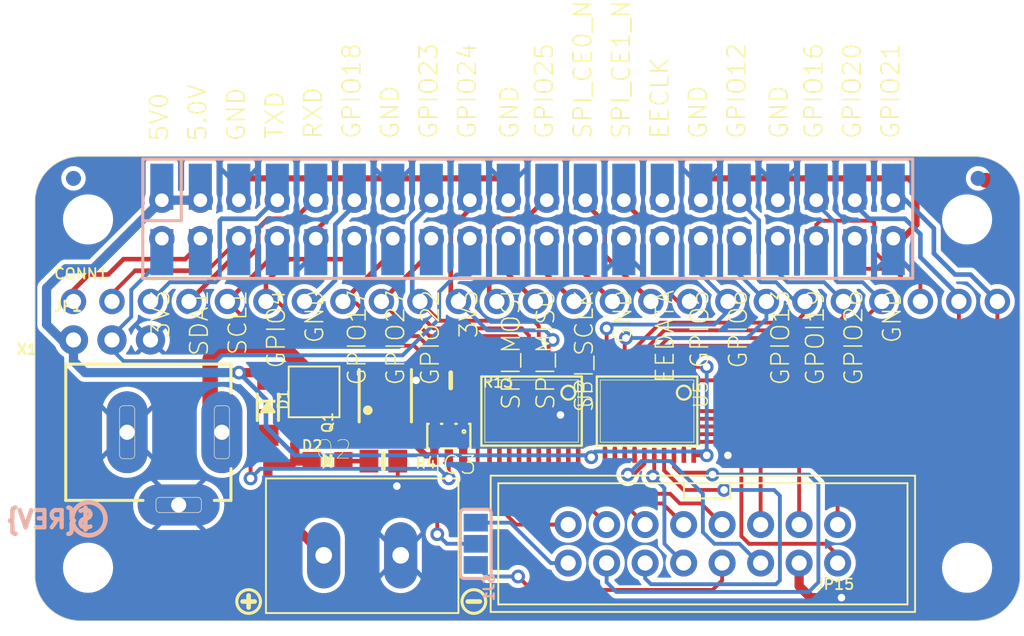
<source format=kicad_pcb>
(kicad_pcb (version 20221018) (generator pcbnew)
  (layers (0 "F.Cu" signal) (31 "B.Cu" signal) (34 "B.Paste" user) (35 "F.Paste" user) (36 "B.SilkS" user "B.Silkscreen") (37 "F.SilkS" user "F.Silkscreen") (38 "B.Mask" user) (39 "F.Mask" user) (44 "Edge.Cuts" user))
  (net 0 "")
  (net 1 "5.0V")
  (net 2 "SDA")
  (net 3 "SCL")
  (net 4 "GPIO4")
  (net 5 "GPIO17")
  (net 6 "GPIO27")
  (net 7 "GPIO22")
  (net 8 "SPI_MOSI")
  (net 9 "SPI_MISO")
  (net 10 "SPI_SCLK")
  (net 11 "GPIO5")
  (net 12 "GPIO6")
  (net 13 "GPIO13")
  (net 14 "GPIO19")
  (net 15 "GPIO26")
  (net 16 "3.3V")
  (net 17 "GND")
  (net 18 "TXD")
  (net 19 "RXD")
  (net 20 "GPIO18")
  (net 21 "GPIO24")
  (net 22 "GPIO25")
  (net 23 "SPI_CE0")
  (net 24 "SPI_CE1")
  (net 25 "EECLK")
  (net 26 "GPIO16")
  (net 27 "GPIO20")
  (net 28 "GPIO21")
  (net 29 "GPIO23")
  (net 30 "EEDATA")
  (net 31 "GPIO12")
  (net 32 "M1_R1")
  (net 33 "M1_B1")
  (net 34 "M1_R2")
  (net 35 "M1_B2")
  (net 36 "M1_A")
  (net 37 "M1_C")
  (net 38 "CLK")
  (net 39 "OE")
  (net 40 "LAT")
  (net 41 "M1_D")
  (net 42 "M1_B")
  (net 43 "M1_G2")
  (net 44 "M1_G1")
  (net 45 "N$1")
  (net 46 "N$6")
  (net 47 "5VIN")
  (net 48 "N$5")
  (net 49 "N$7")
  (net 50 "+5V")
  (net 51 "N$4")
  (net 52 "M1_E")
  (net 53 "M1_E'")
  (net 54 "M1_E''")
  (footprint "working:PI_BONNET_THMSMT" (layer "F.Cu") (at 116.0011 120.3338)
    (fp_text reference "RPI1" hide)
    (fp_text value "RASPBERRYPI_BPLUS_BONNET_THMSMT" hide)
    (fp_line (start 0 -27.6604) (end 0 -3) (stroke (width 0.05)) (layer "Edge.Cuts"))
    (fp_line (start 3 0) (end 62 0) (stroke (width 0.05)) (layer "Edge.Cuts"))
    (fp_line (start 62 -30.6604) (end 3 -30.6604) (stroke (width 0.05)) (layer "Edge.Cuts"))
    (fp_line (start 65 -3) (end 65 -27.6604) (stroke (width 0.05)) (layer "Edge.Cuts"))
    (fp_arc (start 0 -27.6604) (mid 0.87868 -29.78172) (end 3 -30.6604) (stroke (width 0.05)) (layer "Edge.Cuts"))
    (fp_arc (start 3 0) (mid 0.87868 -0.87868) (end 0 -3) (stroke (width 0.05)) (layer "Edge.Cuts"))
    (fp_arc (start 62 -30.6604) (mid 64.12132 -29.78172) (end 65 -27.6604) (stroke (width 0.05)) (layer "Edge.Cuts"))
    (fp_arc (start 65 -3) (mid 64.12132 -0.87868) (end 62 0) (stroke (width 0.05)) (layer "Edge.Cuts"))
  )
  (footprint "working:TSSOP20" (layer "F.Cu") (at 148.7671 106.4908 180)
    (fp_text reference "U3")
    (fp_text value "74AHCT245")
  )
  (footprint "working:FIDUCIAL_1MM" (layer "F.Cu") (at 121.5891 91.6318)
    (fp_text reference "FID1" hide)
    (fp_text value "FIDUCIAL_1MM" hide)
  )
  (footprint "working:BONNET_MATRIX_TOP" (layer "F.Cu") (at 116.0011 120.3338)
    (fp_text reference "U$1" hide)
    (fp_text value "" hide)
  )
  (footprint "working:CHIPLED_0805_NOOUTLINE" (layer "F.Cu") (at 135.3051 109.7928 -90)
    (fp_text reference "D2")
    (fp_text value "green")
  )
  (footprint "working:0805-NO" (layer "F.Cu") (at 138.9881 109.7928)
    (fp_text reference "R4")
    (fp_text value "1K")
  )
  (footprint "working:DCJACK_2MM_PTH" (layer "F.Cu") (at 114.7311 107.8878)
    (fp_text reference "X1")
    (fp_text value "2.1mm DC")
    (fp_line (start 6.85 1.5) (end 6.85 -1.5) (stroke (width 0.05)) (layer "Edge.Cuts"))
    (fp_line (start 7.1 -1.75) (end 7.6 -1.75) (stroke (width 0.05)) (layer "Edge.Cuts"))
    (fp_line (start 7.6 1.75) (end 7.1 1.75) (stroke (width 0.05)) (layer "Edge.Cuts"))
    (fp_line (start 7.85 -1.5) (end 7.85 1.5) (stroke (width 0.05)) (layer "Edge.Cuts"))
    (fp_line (start 9.25 5.05) (end 9.25 4.55) (stroke (width 0.05)) (layer "Edge.Cuts"))
    (fp_line (start 9.5 4.3) (end 12 4.3) (stroke (width 0.05)) (layer "Edge.Cuts"))
    (fp_line (start 12 5.3) (end 9.5 5.3) (stroke (width 0.05)) (layer "Edge.Cuts"))
    (fp_line (start 12.25 4.55) (end 12.25 5.05) (stroke (width 0.05)) (layer "Edge.Cuts"))
    (fp_line (start 13.1 1.5) (end 13.1 -1.5) (stroke (width 0.05)) (layer "Edge.Cuts"))
    (fp_line (start 13.35 -1.75) (end 13.85 -1.75) (stroke (width 0.05)) (layer "Edge.Cuts"))
    (fp_line (start 13.85 1.75) (end 13.35 1.75) (stroke (width 0.05)) (layer "Edge.Cuts"))
    (fp_line (start 14.1 -1.5) (end 14.1 1.5) (stroke (width 0.05)) (layer "Edge.Cuts"))
    (fp_arc (start 6.85 -1.5) (mid 6.923223 -1.676777) (end 7.1 -1.75) (stroke (width 0.05)) (layer "Edge.Cuts"))
    (fp_arc (start 7.1 1.75) (mid 6.923223 1.676777) (end 6.85 1.5) (stroke (width 0.05)) (layer "Edge.Cuts"))
    (fp_arc (start 7.6 -1.75) (mid 7.776777 -1.676777) (end 7.85 -1.5) (stroke (width 0.05)) (layer "Edge.Cuts"))
    (fp_arc (start 7.85 1.5) (mid 7.776777 1.676777) (end 7.6 1.75) (stroke (width 0.05)) (layer "Edge.Cuts"))
    (fp_arc (start 9.25 4.55) (mid 9.323223 4.373223) (end 9.5 4.3) (stroke (width 0.05)) (layer "Edge.Cuts"))
    (fp_arc (start 9.5 5.3) (mid 9.323223 5.226777) (end 9.25 5.05) (stroke (width 0.05)) (layer "Edge.Cuts"))
    (fp_arc (start 12 4.3) (mid 12.176777 4.373223) (end 12.25 4.55) (stroke (width 0.05)) (layer "Edge.Cuts"))
    (fp_arc (start 12.25 5.05) (mid 12.176777 5.226777) (end 12 5.3) (stroke (width 0.05)) (layer "Edge.Cuts"))
    (fp_arc (start 13.1 -1.5) (mid 13.173223 -1.676777) (end 13.35 -1.75) (stroke (width 0.05)) (layer "Edge.Cuts"))
    (fp_arc (start 13.35 1.75) (mid 13.173223 1.676777) (end 13.1 1.5) (stroke (width 0.05)) (layer "Edge.Cuts"))
    (fp_arc (start 13.85 -1.75) (mid 14.026777 -1.676777) (end 14.1 -1.5) (stroke (width 0.05)) (layer "Edge.Cuts"))
    (fp_arc (start 14.1 1.5) (mid 14.026777 1.676777) (end 13.85 1.75) (stroke (width 0.05)) (layer "Edge.Cuts"))
  )
  (footprint "working:SYMBOL_MINUS" (layer "F.Cu") (at 144.9571 119.0638)
    (fp_text reference "U$11" hide)
    (fp_text value "" hide)
  )
  (footprint "working:TSSOP20" (layer "F.Cu") (at 156.3871 106.4908 180)
    (fp_text reference "U5")
    (fp_text value "74AHCT245")
  )
  (footprint "working:POWERDI3333" (layer "F.Cu") (at 134.4161 105.2208 90)
    (fp_text reference "Q2")
    (fp_text value "AON7401")
  )
  (footprint "working:SOD-123" (layer "F.Cu") (at 131.3681 106.2368 -90)
    (fp_text reference "D1")
    (fp_text value "MBR120")
  )
  (footprint "working:1X25_ROUND_70MIL" (layer "F.Cu") (at 149.0211 99.2518)
    (fp_text reference "CONN1")
    (fp_text value "HEADER-1X25")
  )
  (footprint "working:SYMBOL_PLUS" (layer "F.Cu") (at 130.0981 119.0638)
    (fp_text reference "U$10" hide)
    (fp_text value "" hide)
  )
  (footprint "working:SOT23-6" (layer "F.Cu") (at 143.3061 108.1418 180)
    (fp_text reference "IC3")
    (fp_text value "MAX4866T")
  )
  (footprint "working:1X03_ROUND_76" (layer "F.Cu") (at 121.0811 101.7918)
    (fp_text reference "JP1")
    (fp_text value "")
  )
  (footprint "working:2X08_SHROUDED" (layer "F.Cu") (at 160.0701 115.2538 180)
    (fp_text reference "JP15")
    (fp_text value "")
  )
  (footprint "working:FIDUCIAL_1MM" (layer "F.Cu") (at 178.7391 91.2508)
    (fp_text reference "FID3" hide)
    (fp_text value "FIDUCIAL_1MM" hide)
  )
  (footprint "working:0805-NO" (layer "F.Cu") (at 143.4331 104.4588)
    (fp_text reference "R13")
    (fp_text value "1K")
  )
  (footprint "working:FIDUCIAL_1MM" (layer "F.Cu") (at 172.2621 117.9208)
    (fp_text reference "FID2" hide)
    (fp_text value "FIDUCIAL_1MM" hide)
  )
  (footprint "working:TERMBLOCK508" (layer "F.Cu") (at 137.5911 116.0158 180)
    (fp_text reference "MATRIX_PWR0" hide)
    (fp_text value "PINHEAD" hide)
  )
  (footprint "working:POWERPAK-1212-8" (layer "F.Cu") (at 139.1151 105.4748)
    (fp_text reference "Q1")
    (fp_text value "AON3414")
  )
  (footprint "working:PCBFEAT-REV-056" (layer "B.Cu") (at 119.5571 113.6028 180)
    (fp_text reference "U$3" hide)
    (fp_text value "" hide)
  )
  (footprint "working:SOLDERJUMPER_2WAY_OPEN_NOPASTE" (layer "B.Cu") (at 145.0841 115.2538 90)
    (fp_text reference "SJ1")
    (fp_text value "")
  )
  (footprint "working:BONNET_MATRIX_BOT" (layer "B.Cu") (at 181.0251 120.3338 180)
    (fp_text reference "U$6" hide)
    (fp_text value "" hide)
  )
  (segment (start 131.3681 110.0468) (end 131.3681 112.3328) (width 0.6096) (layer "F.Cu") (net 1))
  (segment (start 131.3681 112.3328) (end 135.0511 116.0158) (width 0.6096) (layer "F.Cu") (net 1))
  (segment (start 138.1401 107.2248) (end 138.7901 107.2248) (width 0.4064) (layer "F.Cu") (net 1))
  (segment (start 131.3681 108.0868) (end 131.3681 110.0468) (width 0.6096) (layer "F.Cu") (net 1))
  (segment (start 133.1801 109.7928) (end 133.1461 109.7588) (width 0.6096) (layer "F.Cu") (net 1))
  (segment (start 138.7901 107.2248) (end 139.4401 107.2248) (width 0.3048) (layer "F.Cu") (net 1))
  (segment (start 131.3681 110.0468) (end 132.8581 110.0468) (width 0.6096) (layer "F.Cu") (net 1))
  (segment (start 137.4641 108.3958) (end 133.4001 108.3958) (width 0.6096) (layer "F.Cu") (net 1))
  (segment (start 138.1401 107.7198) (end 137.4641 108.3958) (width 0.6096) (layer "F.Cu") (net 1))
  (segment (start 138.1401 107.2248) (end 138.1401 107.7198) (width 0.6096) (layer "F.Cu") (net 1))
  (segment (start 133.1461 108.6498) (end 133.1461 109.7588) (width 0.6096) (layer "F.Cu") (net 1))
  (segment (start 134.2551 109.7928) (end 133.1801 109.7928) (width 0.6096) (layer "F.Cu") (net 1))
  (segment (start 133.4001 108.3958) (end 133.1461 108.6498) (width 0.6096) (layer "F.Cu") (net 1))
  (segment (start 132.8581 110.0468) (end 133.1461 109.7588) (width 0.6096) (layer "F.Cu") (net 1))
  (segment (start 118.5411 99.2518) (end 118.5411 98.4898) (width 0.3048) (layer "F.Cu") (net 2))
  (segment (start 125.9071 96.4578) (end 126.9111 95.4538) (width 0.3048) (layer "F.Cu") (net 2))
  (segment (start 118.5411 98.4898) (end 119.5571 97.4738) (width 0.3048) (layer "F.Cu") (net 2))
  (segment (start 119.5571 97.4738) (end 120.8271 97.4738) (width 0.3048) (layer "F.Cu") (net 2))
  (segment (start 120.8271 97.4738) (end 121.8431 96.4578) (width 0.3048) (layer "F.Cu") (net 2))
  (segment (start 126.9111 95.4538) (end 126.9111 95.1038) (width 0.3048) (layer "F.Cu") (net 2))
  (segment (start 121.8431 96.4578) (end 125.9071 96.4578) (width 0.3048) (layer "F.Cu") (net 2))
  (segment (start 118.6081 99.3188) (end 118.5411 99.2518) (width 0.254) (layer "F.Cu") (net 2))
  (segment (start 126.9111 95.9944) (end 126.9111 95.1038) (width 0.4064) (layer "B.Cu") (net 2))
  (segment (start 126.9107 95.9944) (end 126.9111 95.9944) (width 0.4064) (layer "B.Cu") (net 2))
  (segment (start 129.4511 95.1388) (end 129.4511 95.1038) (width 0.254) (layer "F.Cu") (net 3))
  (segment (start 122.6051 97.2198) (end 121.0811 98.7438) (width 0.254) (layer "F.Cu") (net 3))
  (segment (start 122.6051 97.2198) (end 127.3701 97.2198) (width 0.3048) (layer "F.Cu") (net 3))
  (segment (start 127.3701 97.2198) (end 129.4511 95.1388) (width 0.254) (layer "F.Cu") (net 3))
  (segment (start 121.0811 98.7438) (end 121.0811 99.2518) (width 0.254) (layer "F.Cu") (net 3))
  (segment (start 129.4507 95.9944) (end 129.4511 95.9944) (width 0.4064) (layer "B.Cu") (net 3))
  (segment (start 129.4511 95.9944) (end 129.4511 95.1038) (width 0.4064) (layer "B.Cu") (net 3))
  (segment (start 146.6421 102.7148) (end 146.4811 102.5538) (width 0.254) (layer "F.Cu") (net 4))
  (segment (start 141.0201 102.1728) (end 138.2261 102.1728) (width 0.254) (layer "F.Cu") (net 4))
  (segment (start 146.6421 103.573) (end 146.6421 102.7148) (width 0.254) (layer "F.Cu") (net 4))
  (segment (start 131.9911 95.9618) (end 131.9911 95.1038) (width 0.3048) (layer "F.Cu") (net 4))
  (segment (start 141.4011 102.5538) (end 141.0201 102.1728) (width 0.254) (layer "F.Cu") (net 4))
  (segment (start 128.7011 99.2518) (end 131.9911 95.9618) (width 0.3048) (layer "F.Cu") (net 4))
  (segment (start 138.2261 102.1728) (end 137.0831 101.0298) (width 0.254) (layer "F.Cu") (net 4))
  (segment (start 146.4811 102.5538) (end 141.4011 102.5538) (width 0.254) (layer "F.Cu") (net 4))
  (segment (start 132.8921 101.0298) (end 137.0831 101.0298) (width 0.254) (layer "F.Cu") (net 4))
  (segment (start 132.3841 100.5218) (end 132.8921 101.0298) (width 0.254) (layer "F.Cu") (net 4))
  (segment (start 128.7011 99.2518) (end 129.9711 100.5218) (width 0.254) (layer "F.Cu") (net 4))
  (segment (start 129.9711 100.5218) (end 132.3841 100.5218) (width 0.254) (layer "F.Cu") (net 4))
  (segment (start 131.9907 95.1042) (end 131.9911 95.1038) (width 0.254) (layer "B.Cu") (net 4))
  (segment (start 131.9907 95.9944) (end 131.9907 95.1042) (width 0.254) (layer "B.Cu") (net 4))
  (segment (start 138.4801 101.5378) (end 137.4641 100.5218) (width 0.254) (layer "F.Cu") (net 5))
  (segment (start 147.2921 103.573) (end 147.2921 102.2218) (width 0.254) (layer "F.Cu") (net 5))
  (segment (start 136.5751 96.4578) (end 137.0711 95.9618) (width 0.3048) (layer "F.Cu") (net 5))
  (segment (start 132.0031 99.2518) (end 131.2411 99.2518) (width 0.254) (layer "F.Cu") (net 5))
  (segment (start 131.2411 99.2518) (end 131.2411 97.9818) (width 0.3048) (layer "F.Cu") (net 5))
  (segment (start 147.1161 102.0458) (end 141.7821 102.0458) (width 0.254) (layer "F.Cu") (net 5))
  (segment (start 141.2741 101.5378) (end 138.4801 101.5378) (width 0.254) (layer "F.Cu") (net 5))
  (segment (start 141.7821 102.0458) (end 141.2741 101.5378) (width 0.254) (layer "F.Cu") (net 5))
  (segment (start 133.2731 100.5218) (end 132.0031 99.2518) (width 0.254) (layer "F.Cu") (net 5))
  (segment (start 131.2411 97.9818) (end 132.7651 96.4578) (width 0.3048) (layer "F.Cu") (net 5))
  (segment (start 137.4641 100.5218) (end 133.2731 100.5218) (width 0.254) (layer "F.Cu") (net 5))
  (segment (start 147.2921 102.2218) (end 147.1161 102.0458) (width 0.254) (layer "F.Cu") (net 5))
  (segment (start 132.7651 96.4578) (end 136.5751 96.4578) (width 0.3048) (layer "F.Cu") (net 5))
  (segment (start 137.0711 95.9618) (end 137.0711 95.1038) (width 0.3048) (layer "F.Cu") (net 5))
  (segment (start 137.0711 95.9944) (end 137.0711 95.1038) (width 0.4064) (layer "B.Cu") (net 5))
  (segment (start 137.0707 95.9944) (end 137.0711 95.9944) (width 0.4064) (layer "B.Cu") (net 5))
  (segment (start 136.4481 99.3788) (end 136.3211 99.2518) (width 0.254) (layer "F.Cu") (net 6))
  (segment (start 139.3691 100.5218) (end 138.3531 100.5218) (width 0.254) (layer "F.Cu") (net 6))
  (segment (start 147.7511 101.5378) (end 142.0361 101.5378) (width 0.254) (layer "F.Cu") (net 6))
  (segment (start 147.9421 101.7288) (end 147.7511 101.5378) (width 0.254) (layer "F.Cu") (net 6))
  (segment (start 147.9421 103.573) (end 147.9421 101.7288) (width 0.254) (layer "F.Cu") (net 6))
  (segment (start 141.5281 101.0298) (end 139.8771 101.0298) (width 0.254) (layer "F.Cu") (net 6))
  (segment (start 142.0361 101.5378) (end 141.5281 101.0298) (width 0.254) (layer "F.Cu") (net 6))
  (segment (start 138.3531 100.5218) (end 137.2101 99.3788) (width 0.254) (layer "F.Cu") (net 6))
  (segment (start 136.3211 99.2518) (end 139.6111 95.9618) (width 0.3048) (layer "F.Cu") (net 6))
  (segment (start 139.8771 101.0298) (end 139.3691 100.5218) (width 0.254) (layer "F.Cu") (net 6))
  (segment (start 137.2101 99.3788) (end 136.4481 99.3788) (width 0.254) (layer "F.Cu") (net 6))
  (segment (start 139.6111 95.9618) (end 139.6111 95.1038) (width 0.3048) (layer "F.Cu") (net 6))
  (segment (start 139.6111 95.9944) (end 139.6111 95.1038) (width 0.4064) (layer "B.Cu") (net 6))
  (segment (start 139.6107 95.9944) (end 139.6111 95.9944) (width 0.4064) (layer "B.Cu") (net 6))
  (segment (start 140.1311 100.5218) (end 138.8611 99.2518) (width 0.254) (layer "F.Cu") (net 7))
  (segment (start 142.1511 95.9618) (end 142.1511 95.1038) (width 0.3048) (layer "F.Cu") (net 7))
  (segment (start 148.1321 101.0298) (end 142.2901 101.0298) (width 0.254) (layer "F.Cu") (net 7))
  (segment (start 148.5921 101.4898) (end 148.1321 101.0298) (width 0.254) (layer "F.Cu") (net 7))
  (segment (start 148.5921 103.573) (end 148.5921 101.4898) (width 0.254) (layer "F.Cu") (net 7))
  (segment (start 138.8611 99.2518) (end 142.1511 95.9618) (width 0.3048) (layer "F.Cu") (net 7))
  (segment (start 141.7821 100.5218) (end 140.1311 100.5218) (width 0.254) (layer "F.Cu") (net 7))
  (segment (start 142.2901 101.0298) (end 141.7821 100.5218) (width 0.254) (layer "F.Cu") (net 7))
  (segment (start 142.1511 95.9944) (end 142.1511 95.1038) (width 0.4064) (layer "B.Cu") (net 7))
  (segment (start 142.1507 95.9944) (end 142.1511 95.9944) (width 0.4064) (layer "B.Cu") (net 7))
  (segment (start 149.0211 99.2518) (end 147.2311 97.4618) (width 0.3048) (layer "F.Cu") (net 8))
  (segment (start 147.2311 97.4618) (end 147.2311 95.1038) (width 0.3048) (layer "F.Cu") (net 8))
  (segment (start 147.2311 95.9944) (end 147.2311 95.1038) (width 0.4064) (layer "B.Cu") (net 8))
  (segment (start 147.2307 95.9944) (end 147.2311 95.9944) (width 0.4064) (layer "B.Cu") (net 8))
  (segment (start 151.5611 99.2518) (end 149.7711 97.4618) (width 0.3048) (layer "F.Cu") (net 9))
  (segment (start 149.7711 97.4618) (end 149.7711 95.1038) (width 0.3048) (layer "F.Cu") (net 9))
  (segment (start 149.7711 95.9944) (end 149.7711 95.1038) (width 0.4064) (layer "B.Cu") (net 9))
  (segment (start 149.7707 95.9944) (end 149.7711 95.9944) (width 0.4064) (layer "B.Cu") (net 9))
  (segment (start 152.3111 97.4618) (end 152.3111 95.1038) (width 0.3048) (layer "F.Cu") (net 10))
  (segment (start 154.1011 99.2518) (end 152.3111 97.4618) (width 0.3048) (layer "F.Cu") (net 10))
  (segment (start 152.3107 95.9944) (end 152.3111 95.9944) (width 0.4064) (layer "B.Cu") (net 10))
  (segment (start 152.3111 95.9944) (end 152.3111 95.1038) (width 0.4064) (layer "B.Cu") (net 10))
  (segment (start 154.2621 103.573) (end 154.2621 102.3338) (width 0.254) (layer "F.Cu") (net 11))
  (segment (start 153.7201 101.7918) (end 153.7201 101.0298) (width 0.254) (layer "F.Cu") (net 11))
  (segment (start 154.2621 102.3338) (end 153.7201 101.7918) (width 0.254) (layer "F.Cu") (net 11))
  (via (at 153.7201 101.0298) (size 0.9064) (drill 0.5) (layers "F.Cu" "B.Cu") (net 11))
  (segment (start 159.9311 95.9498) (end 159.9311 95.1038) (width 0.4064) (layer "B.Cu") (net 11))
  (segment (start 159.9307 95.9944) (end 159.9307 97.4614) (width 0.254) (layer "B.Cu") (net 11))
  (segment (start 159.9307 97.4614) (end 161.7211 99.2518) (width 0.254) (layer "B.Cu") (net 11))
  (segment (start 153.7201 101.0298) (end 153.9741 100.7758) (width 0.254) (layer "B.Cu") (net 11))
  (segment (start 153.9741 100.7758) (end 160.8321 100.7758) (width 0.254) (layer "B.Cu") (net 11))
  (segment (start 159.9431 95.9498) (end 159.9311 95.9498) (width 0.4064) (layer "B.Cu") (net 11))
  (segment (start 161.7211 99.8868) (end 161.7211 99.2518) (width 0.254) (layer "B.Cu") (net 11))
  (segment (start 159.9431 95.9944) (end 159.9431 95.9498) (width 0.4064) (layer "B.Cu") (net 11))
  (segment (start 159.9307 95.9944) (end 159.9431 95.9944) (width 0.4064) (layer "B.Cu") (net 11))
  (segment (start 160.8321 100.7758) (end 161.7211 99.8868) (width 0.254) (layer "B.Cu") (net 11))
  (segment (start 154.9121 103.573) (end 154.9121 101.7428) (width 0.254) (layer "F.Cu") (net 12))
  (segment (start 154.9121 101.7428) (end 154.9901 101.6648) (width 0.254) (layer "F.Cu") (net 12))
  (via (at 154.9901 101.6648) (size 0.9064) (drill 0.5) (layers "F.Cu" "B.Cu") (net 12))
  (segment (start 162.4711 97.4618) (end 164.2611 99.2518) (width 0.254) (layer "B.Cu") (net 12))
  (segment (start 154.9901 101.6648) (end 162.9911 101.6648) (width 0.254) (layer "B.Cu") (net 12))
  (segment (start 164.2611 100.3948) (end 164.2611 99.2518) (width 0.254) (layer "B.Cu") (net 12))
  (segment (start 162.4711 95.9944) (end 162.4711 95.1038) (width 0.4064) (layer "B.Cu") (net 12))
  (segment (start 162.9911 101.6648) (end 164.2611 100.3948) (width 0.254) (layer "B.Cu") (net 12))
  (segment (start 162.4707 95.9944) (end 162.4711 95.9944) (width 0.4064) (layer "B.Cu") (net 12))
  (segment (start 162.4711 95.1038) (end 162.4711 97.4618) (width 0.3048) (layer "B.Cu") (net 12))
  (segment (start 156.2121 102.4748) (end 157.5301 101.1568) (width 0.254) (layer "F.Cu") (net 13))
  (segment (start 156.2121 103.573) (end 156.2121 102.4748) (width 0.254) (layer "F.Cu") (net 13))
  (segment (start 157.5301 101.1568) (end 168.4521 101.1568) (width 0.254) (layer "F.Cu") (net 13))
  (segment (start 168.4521 101.1568) (end 169.3411 100.2678) (width 0.254) (layer "F.Cu") (net 13))
  (segment (start 169.3411 100.2678) (end 169.3411 99.2518) (width 0.254) (layer "F.Cu") (net 13))
  (segment (start 165.0107 97.3344) (end 165.6581 97.9818) (width 0.254) (layer "B.Cu") (net 13))
  (segment (start 165.0111 95.9944) (end 165.0111 95.1038) (width 0.4064) (layer "B.Cu") (net 13))
  (segment (start 168.0711 97.9818) (end 168.8331 98.7438) (width 0.254) (layer "B.Cu") (net 13))
  (segment (start 165.0107 95.9944) (end 165.0111 95.9944) (width 0.4064) (layer "B.Cu") (net 13))
  (segment (start 168.8331 98.7438) (end 169.3411 99.2518) (width 0.3048) (layer "B.Cu") (net 13))
  (segment (start 165.0107 97.3344) (end 165.0107 95.9944) (width 0.254) (layer "B.Cu") (net 13))
  (segment (start 165.6581 97.9818) (end 168.0711 97.9818) (width 0.254) (layer "B.Cu") (net 13))
  (segment (start 167.5511 94.1838) (end 167.5511 95.1038) (width 0.254) (layer "F.Cu") (net 14))
  (segment (start 171.8811 96.4578) (end 171.3731 95.9498) (width 0.254) (layer "F.Cu") (net 14))
  (segment (start 171.3731 94.0448) (end 171.2461 93.9178) (width 0.254) (layer "F.Cu") (net 14))
  (segment (start 173.0241 96.4578) (end 171.8811 96.4578) (width 0.254) (layer "F.Cu") (net 14))
  (segment (start 167.8171 93.9178) (end 167.5511 94.1838) (width 0.254) (layer "F.Cu") (net 14))
  (segment (start 174.4211 97.8548) (end 173.0241 96.4578) (width 0.254) (layer "F.Cu") (net 14))
  (segment (start 171.3731 95.9498) (end 171.3731 94.0448) (width 0.254) (layer "F.Cu") (net 14))
  (segment (start 171.2461 93.9178) (end 167.8171 93.9178) (width 0.254) (layer "F.Cu") (net 14))
  (segment (start 174.4211 99.2518) (end 174.4211 97.8548) (width 0.254) (layer "F.Cu") (net 14))
  (segment (start 167.5511 95.9944) (end 167.5511 95.1038) (width 0.4064) (layer "B.Cu") (net 14))
  (segment (start 167.5507 95.9944) (end 167.5511 95.9944) (width 0.4064) (layer "B.Cu") (net 14))
  (segment (start 173.1511 100.3948) (end 173.1511 97.6008) (width 0.254) (layer "F.Cu") (net 15))
  (segment (start 157.5121 103.573) (end 157.5121 102.6988) (width 0.254) (layer "F.Cu") (net 15))
  (segment (start 170.1031 95.1158) (end 170.0911 95.1038) (width 0.254) (layer "F.Cu") (net 15))
  (segment (start 172.6431 97.0928) (end 170.3571 97.0928) (width 0.254) (layer "F.Cu") (net 15))
  (segment (start 157.5121 102.6988) (end 158.0381 102.1728) (width 0.254) (layer "F.Cu") (net 15))
  (segment (start 173.1511 97.6008) (end 172.6431 97.0928) (width 0.254) (layer "F.Cu") (net 15))
  (segment (start 170.1031 96.8388) (end 170.1031 95.1158) (width 0.254) (layer "F.Cu") (net 15))
  (segment (start 171.3731 102.1728) (end 173.1511 100.3948) (width 0.254) (layer "F.Cu") (net 15))
  (segment (start 170.3571 97.0928) (end 170.1031 96.8388) (width 0.254) (layer "F.Cu") (net 15))
  (segment (start 158.0381 102.1728) (end 171.3731 102.1728) (width 0.254) (layer "F.Cu") (net 15))
  (segment (start 170.0911 95.9944) (end 170.0911 95.1038) (width 0.4064) (layer "B.Cu") (net 15))
  (segment (start 170.0907 95.9944) (end 170.0911 95.9944) (width 0.4064) (layer "B.Cu") (net 15))
  (segment (start 144.6911 95.9944) (end 144.6911 95.1038) (width 0.4064) (layer "B.Cu") (net 16))
  (segment (start 122.3511 100.2678) (end 121.0811 101.5378) (width 0.254) (layer "B.Cu") (net 16))
  (segment (start 121.0811 101.5378) (end 121.0811 101.7918) (width 0.254) (layer "B.Cu") (net 16))
  (segment (start 144.7031 97.4738) (end 144.7031 95.1158) (width 0.254) (layer "B.Cu") (net 16))
  (segment (start 124.3707 95.9944) (end 124.3711 95.9944) (width 0.4064) (layer "B.Cu") (net 16))
  (segment (start 142.6711 100.3948) (end 140.2581 102.8078) (width 0.254) (layer "B.Cu") (net 16))
  (segment (start 127.9391 103.1888) (end 121.8431 103.1888) (width 0.254) (layer "B.Cu") (net 16))
  (segment (start 128.3201 102.8078) (end 127.9391 103.1888) (width 0.254) (layer "B.Cu") (net 16))
  (segment (start 124.3711 96.4698) (end 122.3511 98.4898) (width 0.254) (layer "B.Cu") (net 16))
  (segment (start 121.0811 102.4268) (end 121.0811 101.7918) (width 0.254) (layer "B.Cu") (net 16))
  (segment (start 124.3711 95.1038) (end 124.3711 96.4698) (width 0.254) (layer "B.Cu") (net 16))
  (segment (start 124.3711 96.4698) (end 124.3831 96.4698) (width 0.4064) (layer "B.Cu") (net 16))
  (segment (start 144.7031 95.1158) (end 144.6911 95.1038) (width 0.254) (layer "B.Cu") (net 16))
  (segment (start 142.6711 98.6168) (end 143.8141 97.4738) (width 0.254) (layer "B.Cu") (net 16))
  (segment (start 124.3711 95.9944) (end 124.3711 95.1038) (width 0.4064) (layer "B.Cu") (net 16))
  (segment (start 121.8431 103.1888) (end 121.0811 102.4268) (width 0.254) (layer "B.Cu") (net 16))
  (segment (start 124.3831 96.4698) (end 124.3831 95.4418) (width 0.4064) (layer "B.Cu") (net 16))
  (segment (start 122.3511 98.4898) (end 122.3511 100.2678) (width 0.254) (layer "B.Cu") (net 16))
  (segment (start 144.6907 95.9944) (end 144.6911 95.9944) (width 0.4064) (layer "B.Cu") (net 16))
  (segment (start 140.2581 102.8078) (end 128.3201 102.8078) (width 0.254) (layer "B.Cu") (net 16))
  (segment (start 143.8141 97.4738) (end 144.7031 97.4738) (width 0.254) (layer "B.Cu") (net 16))
  (segment (start 142.6711 100.3948) (end 142.6711 98.6168) (width 0.254) (layer "B.Cu") (net 16))
  (segment (start 134.5311 94.5648) (end 135.8131 93.2828) (width 0.3048) (layer "F.Cu") (net 17))
  (segment (start 151.1921 106.828888) (end 151.108012 106.7448) (width 0.254) (layer "F.Cu") (net 17))
  (segment (start 166.4201 118.0478) (end 167.1821 118.8098) (width 0.6096) (layer "F.Cu") (net 17))
  (segment (start 153.5931 103.573) (end 153.6121 103.573) (width 0.254) (layer "F.Cu") (net 17))
  (segment (start 167.1821 118.8098) (end 169.2141 118.8098) (width 0.6096) (layer "F.Cu") (net 17))
  (segment (start 151.1921 106.828888) (end 151.1921 105.0938) (width 0.254) (layer "F.Cu") (net 17))
  (segment (start 129.4511 92.5638) (end 129.4511 91.1238) (width 0.4064) (layer "F.Cu") (net 17))
  (segment (start 151.1921 109.4086) (end 151.1921 106.828888) (width 0.254) (layer "F.Cu") (net 17))
  (segment (start 165.0231 91.1238) (end 165.0231 92.5638) (width 0.4064) (layer "F.Cu") (net 17))
  (segment (start 173.6591 91.1238) (end 165.0231 91.1238) (width 0.4064) (layer "F.Cu") (net 17))
  (segment (start 139.6111 91.1238) (end 147.2311 91.1238) (width 0.4064) (layer "F.Cu") (net 17))
  (segment (start 142.4831 104.9058) (end 142.4831 104.4588) (width 0.4064) (layer "F.Cu") (net 17))
  (segment (start 151.1921 105.0938) (end 151.1921 103.573) (width 0.254) (layer "F.Cu") (net 17))
  (segment (start 161.7211 108.9038) (end 161.7211 109.4118) (width 0.254) (layer "F.Cu") (net 17))
  (segment (start 145.9921 103.573) (end 145.9921 105.0938) (width 0.254) (layer "F.Cu") (net 17))
  (segment (start 142.4831 104.4588) (end 141.1471 104.4588) (width 0.6096) (layer "F.Cu") (net 17))
  (segment (start 147.2311 91.1238) (end 147.2311 92.5638) (width 0.4064) (layer "F.Cu") (net 17))
  (segment (start 151.1921 103.573) (end 151.1921 102.6808) (width 0.254) (layer "F.Cu") (net 17))
  (segment (start 151.1921 102.6808) (end 153.5931 102.6808) (width 0.254) (layer "F.Cu") (net 17))
  (segment (start 143.3061 105.7288) (end 142.4831 104.9058) (width 0.4064) (layer "F.Cu") (net 17))
  (segment (start 139.9381 111.3828) (end 139.8771 111.4438) (width 0.254) (layer "F.Cu") (net 17))
  (segment (start 158.8121 108.6378) (end 158.9271 108.5228) (width 0.254) (layer "F.Cu") (net 17))
  (segment (start 158.8121 109.4086) (end 158.8121 108.6378) (width 0.254) (layer "F.Cu") (net 17))
  (segment (start 151.1921 102.6808) (end 150.5451 102.6808) (width 0.254) (layer "F.Cu") (net 17))
  (segment (start 143.3061 106.8418) (end 143.3061 105.7288) (width 0.4064) (layer "F.Cu") (net 17))
  (segment (start 150.5451 103.573) (end 150.5421 103.573) (width 0.254) (layer "F.Cu") (net 17))
  (segment (start 153.5931 102.6808) (end 153.5931 103.573) (width 0.254) (layer "F.Cu") (net 17))
  (segment (start 173.2351 95.1038) (end 174.1671 94.1718) (width 0.4064) (layer "F.Cu") (net 17))
  (segment (start 161.3401 108.5228) (end 161.7211 108.9038) (width 0.254) (layer "F.Cu") (net 17))
  (segment (start 129.4511 91.1238) (end 135.8131 91.1238) (width 0.4064) (layer "F.Cu") (net 17))
  (segment (start 135.8131 91.1238) (end 139.6111 91.1238) (width 0.4064) (layer "F.Cu") (net 17))
  (segment (start 174.1671 94.1718) (end 174.1671 91.6318) (width 0.4064) (layer "F.Cu") (net 17))
  (segment (start 145.9921 105.0938) (end 151.1921 105.0938) (width 0.254) (layer "F.Cu") (net 17))
  (segment (start 166.4201 116.5238) (end 166.4201 118.0478) (width 0.6096) (layer "F.Cu") (net 17))
  (segment (start 134.5311 95.1038) (end 134.5311 94.5648) (width 0.3048) (layer "F.Cu") (net 17))
  (segment (start 174.1671 91.6318) (end 173.6591 91.1238) (width 0.4064) (layer "F.Cu") (net 17))
  (segment (start 139.9381 109.7928) (end 139.9381 111.3828) (width 0.254) (layer "F.Cu") (net 17))
  (segment (start 151.108012 106.7448) (end 150.6721 106.7448) (width 0.254) (layer "F.Cu") (net 17))
  (segment (start 135.8131 93.2828) (end 135.8131 91.1238) (width 0.3048) (layer "F.Cu") (net 17))
  (segment (start 159.9311 91.1238) (end 165.0231 91.1238) (width 0.4064) (layer "F.Cu") (net 17))
  (segment (start 165.0231 92.5638) (end 165.0111 92.5638) (width 0.4064) (layer "F.Cu") (net 17))
  (segment (start 172.6311 95.1038) (end 173.2351 95.1038) (width 0.4064) (layer "F.Cu") (net 17))
  (segment (start 150.5451 102.6808) (end 150.5451 103.573) (width 0.254) (layer "F.Cu") (net 17))
  (segment (start 158.9271 108.5228) (end 161.3401 108.5228) (width 0.254) (layer "F.Cu") (net 17))
  (segment (start 139.6111 92.5638) (end 139.6111 91.1238) (width 0.4064) (layer "F.Cu") (net 17))
  (segment (start 159.9311 92.5638) (end 159.9311 91.1238) (width 0.4064) (layer "F.Cu") (net 17))
  (via (at 139.8771 111.4438) (size 0.9064) (drill 0.5) (layers "F.Cu" "B.Cu") (net 17))
  (via (at 161.7211 109.4118) (size 0.9064) (drill 0.5) (layers "F.Cu" "B.Cu") (net 17))
  (via (at 141.1471 104.4588) (size 0.9064) (drill 0.5) (layers "F.Cu" "B.Cu") (net 17))
  (via (at 169.2141 118.8098) (size 0.9064) (drill 0.5) (layers "F.Cu" "B.Cu") (net 17))
  (via (at 150.6721 106.7448) (size 0.9064) (drill 0.5) (layers "F.Cu" "B.Cu") (net 17))
  (segment (start 169.2141 118.8098) (end 169.3411 118.6828) (width 0.6096) (layer "B.Cu") (net 17))
  (segment (start 150.5451 106.6178) (end 150.1641 106.6178) (width 0.254) (layer "B.Cu") (net 17))
  (segment (start 139.8771 111.4438) (end 139.8771 111.5708) (width 0.3048) (layer "B.Cu") (net 17))
  (segment (start 150.6721 106.7448) (end 150.5451 106.6178) (width 0.254) (layer "B.Cu") (net 17))
  (segment (start 161.7211 109.4118) (end 161.5941 109.4118) (width 0.254) (layer "B.Cu") (net 17))
  (segment (start 131.8331 92.5638) (end 131.9911 92.5638) (width 0.3048) (layer "B.Cu") (net 18))
  (segment (start 128.1931 93.9178) (end 128.3201 93.7908) (width 0.3048) (layer "B.Cu") (net 18))
  (segment (start 124.8911 97.9818) (end 123.6211 99.2518) (width 0.254) (layer "B.Cu") (net 18))
  (segment (start 127.9391 97.9818) (end 124.8911 97.9818) (width 0.254) (layer "B.Cu") (net 18))
  (segment (start 130.6061 93.7908) (end 131.8331 92.5638) (width 0.3048) (layer "B.Cu") (net 18))
  (segment (start 131.9911 91.6764) (end 131.9911 92.5638) (width 0.4064) (layer "B.Cu") (net 18))
  (segment (start 128.1931 97.7278) (end 127.9391 97.9818) (width 0.254) (layer "B.Cu") (net 18))
  (segment (start 128.3201 93.7908) (end 130.6061 93.7908) (width 0.3048) (layer "B.Cu") (net 18))
  (segment (start 128.1931 95.6958) (end 128.1931 97.7278) (width 0.254) (layer "B.Cu") (net 18))
  (segment (start 128.1931 95.6958) (end 128.1931 93.9178) (width 0.3048) (layer "B.Cu") (net 18))
  (segment (start 131.9907 91.6764) (end 131.9911 91.6764) (width 0.4064) (layer "B.Cu") (net 18))
  (segment (start 126.1611 99.2518) (end 128.9551 96.4578) (width 0.3048) (layer "F.Cu") (net 19))
  (segment (start 131.3681 93.7908) (end 133.1461 93.7908) (width 0.3048) (layer "F.Cu") (net 19))
  (segment (start 130.7331 95.6958) (end 130.7331 94.4258) (width 0.3048) (layer "F.Cu") (net 19))
  (segment (start 133.1461 93.7908) (end 134.3731 92.5638) (width 0.3048) (layer "F.Cu") (net 19))
  (segment (start 134.3731 92.5638) (end 134.5311 92.5638) (width 0.3048) (layer "F.Cu") (net 19))
  (segment (start 130.7331 94.4258) (end 131.3681 93.7908) (width 0.3048) (layer "F.Cu") (net 19))
  (segment (start 129.9711 96.4578) (end 130.7331 95.6958) (width 0.3048) (layer "F.Cu") (net 19))
  (segment (start 128.9551 96.4578) (end 129.9711 96.4578) (width 0.3048) (layer "F.Cu") (net 19))
  (segment (start 134.5311 91.6764) (end 134.5311 92.5638) (width 0.4064) (layer "B.Cu") (net 19))
  (segment (start 134.5307 91.6764) (end 134.5311 91.6764) (width 0.4064) (layer "B.Cu") (net 19))
  (segment (start 137.0707 91.6764) (end 137.0711 91.6764) (width 0.4064) (layer "B.Cu") (net 20))
  (segment (start 137.0711 92.9138) (end 137.0711 92.5638) (width 0.3048) (layer "B.Cu") (net 20))
  (segment (start 134.4161 99.2518) (end 133.7811 99.2518) (width 0.3048) (layer "B.Cu") (net 20))
  (segment (start 137.0711 91.6764) (end 137.0711 92.5638) (width 0.4064) (layer "B.Cu") (net 20))
  (segment (start 135.8131 97.8548) (end 135.8131 94.1718) (width 0.3048) (layer "B.Cu") (net 20))
  (segment (start 135.8131 97.8548) (end 134.4161 99.2518) (width 0.3048) (layer "B.Cu") (net 20))
  (segment (start 135.8131 94.1718) (end 137.0711 92.9138) (width 0.3048) (layer "B.Cu") (net 20))
  (segment (start 144.6911 93.1678) (end 144.6911 92.5638) (width 0.3048) (layer "F.Cu") (net 21))
  (segment (start 143.4331 94.4258) (end 144.6911 93.1678) (width 0.3048) (layer "F.Cu") (net 21))
  (segment (start 143.4331 98.7438) (end 143.4331 94.4258) (width 0.3048) (layer "F.Cu") (net 21))
  (segment (start 149.8921 102.1908) (end 149.8921 103.573) (width 0.254) (layer "F.Cu") (net 21))
  (segment (start 150.1641 101.7918) (end 150.1641 101.9188) (width 0.254) (layer "F.Cu") (net 21))
  (segment (start 150.1641 101.9188) (end 149.8921 102.1908) (width 0.254) (layer "F.Cu") (net 21))
  (segment (start 143.9411 99.2518) (end 143.4331 98.7438) (width 0.3048) (layer "F.Cu") (net 21))
  (via (at 150.1641 101.7918) (size 0.9064) (drill 0.5) (layers "F.Cu" "B.Cu") (net 21))
  (segment (start 145.8461 101.1568) (end 149.6561 101.1568) (width 0.254) (layer "B.Cu") (net 21))
  (segment (start 149.6561 101.1568) (end 150.1641 101.6648) (width 0.254) (layer "B.Cu") (net 21))
  (segment (start 150.1641 101.6648) (end 150.1641 101.7918) (width 0.254) (layer "B.Cu") (net 21))
  (segment (start 144.6911 91.6764) (end 144.6911 92.5638) (width 0.4064) (layer "B.Cu") (net 21))
  (segment (start 143.9411 99.2518) (end 145.8461 101.1568) (width 0.254) (layer "B.Cu") (net 21))
  (segment (start 144.6907 91.6764) (end 144.6911 91.6764) (width 0.4064) (layer "B.Cu") (net 21))
  (segment (start 146.6081 93.7908) (end 148.3861 93.7908) (width 0.3048) (layer "F.Cu") (net 22))
  (segment (start 145.9731 94.4258) (end 146.6081 93.7908) (width 0.3048) (layer "F.Cu") (net 22))
  (segment (start 146.4811 99.2518) (end 145.9731 98.7438) (width 0.3048) (layer "F.Cu") (net 22))
  (segment (start 145.9731 98.7438) (end 145.9731 94.4258) (width 0.3048) (layer "F.Cu") (net 22))
  (segment (start 148.3861 93.7908) (end 149.6131 92.5638) (width 0.3048) (layer "F.Cu") (net 22))
  (segment (start 149.6131 92.5638) (end 149.7711 92.5638) (width 0.3048) (layer "F.Cu") (net 22))
  (segment (start 149.7711 91.6764) (end 149.7711 92.5638) (width 0.4064) (layer "B.Cu") (net 22))
  (segment (start 149.7707 91.6764) (end 149.7711 91.6764) (width 0.4064) (layer "B.Cu") (net 22))
  (segment (start 153.5931 94.0448) (end 152.3111 92.7628) (width 0.3048) (layer "F.Cu") (net 23))
  (segment (start 152.3111 92.7628) (end 152.3111 92.5638) (width 0.3048) (layer "F.Cu") (net 23))
  (segment (start 156.6411 99.2518) (end 153.5931 96.2038) (width 0.3048) (layer "F.Cu") (net 23))
  (segment (start 153.5931 96.2038) (end 153.5931 94.0448) (width 0.3048) (layer "F.Cu") (net 23))
  (segment (start 152.3111 91.6764) (end 152.3111 92.5638) (width 0.4064) (layer "B.Cu") (net 23))
  (segment (start 152.3107 91.6764) (end 152.3111 91.6764) (width 0.4064) (layer "B.Cu") (net 23))
  (segment (start 156.3871 97.9818) (end 157.1491 97.9818) (width 0.254) (layer "F.Cu") (net 24))
  (segment (start 154.8511 92.6358) (end 156.1331 93.9178) (width 0.3048) (layer "F.Cu") (net 24))
  (segment (start 158.4191 99.2518) (end 159.1811 99.2518) (width 0.254) (layer "F.Cu") (net 24))
  (segment (start 157.1491 97.9818) (end 158.4191 99.2518) (width 0.254) (layer "F.Cu") (net 24))
  (segment (start 154.8511 92.5638) (end 154.8511 92.6358) (width 0.3048) (layer "F.Cu") (net 24))
  (segment (start 156.1331 93.9178) (end 156.1331 96.2038) (width 0.3048) (layer "F.Cu") (net 24))
  (segment (start 156.1331 96.2038) (end 156.1331 97.7278) (width 0.254) (layer "F.Cu") (net 24))
  (segment (start 156.1331 97.7278) (end 156.3871 97.9818) (width 0.254) (layer "F.Cu") (net 24))
  (segment (start 154.8511 91.6764) (end 154.8511 92.5638) (width 0.4064) (layer "B.Cu") (net 24))
  (segment (start 154.8507 91.6764) (end 154.8511 91.6764) (width 0.4064) (layer "B.Cu") (net 24))
  (segment (start 157.3907 91.6764) (end 157.3911 91.6764) (width 0.4064) (layer "B.Cu") (net 25))
  (segment (start 157.3911 91.6764) (end 157.3911 92.5638) (width 0.4064) (layer "B.Cu") (net 25))
  (segment (start 169.4681 101.6648) (end 171.8811 99.2518) (width 0.254) (layer "F.Cu") (net 26))
  (segment (start 156.8621 103.573) (end 156.8621 102.5868) (width 0.254) (layer "F.Cu") (net 26))
  (segment (start 157.7841 101.6648) (end 169.4681 101.6648) (width 0.254) (layer "F.Cu") (net 26))
  (segment (start 156.8621 102.5868) (end 157.7841 101.6648) (width 0.254) (layer "F.Cu") (net 26))
  (segment (start 167.5511 92.7868) (end 168.8331 94.0688) (width 0.254) (layer "B.Cu") (net 26))
  (segment (start 168.8331 97.8548) (end 168.9601 97.9818) (width 0.254) (layer "B.Cu") (net 26))
  (segment (start 167.5507 91.6764) (end 167.5511 91.6764) (width 0.4064) (layer "B.Cu") (net 26))
  (segment (start 168.8331 94.0688) (end 168.8331 97.8548) (width 0.254) (layer "B.Cu") (net 26))
  (segment (start 167.5511 92.5638) (end 167.5511 92.7868) (width 0.3048) (layer "B.Cu") (net 26))
  (segment (start 168.9601 97.9818) (end 170.6111 97.9818) (width 0.254) (layer "B.Cu") (net 26))
  (segment (start 167.5511 91.6764) (end 167.5511 92.5638) (width 0.4064) (layer "B.Cu") (net 26))
  (segment (start 170.6111 97.9818) (end 171.8811 99.2518) (width 0.254) (layer "B.Cu") (net 26))
  (segment (start 174.9291 102.6808) (end 176.9611 100.6488) (width 0.254) (layer "F.Cu") (net 27))
  (segment (start 158.1621 102.9378) (end 158.4191 102.6808) (width 0.254) (layer "F.Cu") (net 27))
  (segment (start 158.4191 102.6808) (end 174.9291 102.6808) (width 0.254) (layer "F.Cu") (net 27))
  (segment (start 176.9611 100.6488) (end 176.9611 99.2518) (width 0.254) (layer "F.Cu") (net 27))
  (segment (start 158.1621 103.573) (end 158.1621 102.9378) (width 0.254) (layer "F.Cu") (net 27))
  (segment (start 171.0291 93.7908) (end 170.0911 92.8528) (width 0.3048) (layer "B.Cu") (net 27))
  (segment (start 170.0911 91.6764) (end 170.0911 92.5638) (width 0.4064) (layer "B.Cu") (net 27))
  (segment (start 176.9611 98.8708) (end 176.9611 99.2518) (width 0.254) (layer "B.Cu") (net 27))
  (segment (start 171.0291 93.7908) (end 173.4051 93.7908) (width 0.3048) (layer "B.Cu") (net 27))
  (segment (start 176.7071 98.6168) (end 176.9611 98.8708) (width 0.254) (layer "B.Cu") (net 27))
  (segment (start 170.0911 92.8528) (end 170.0911 92.5638) (width 0.3048) (layer "B.Cu") (net 27))
  (segment (start 170.0907 91.6764) (end 170.0911 91.6764) (width 0.4064) (layer "B.Cu") (net 27))
  (segment (start 173.4051 93.7908) (end 174.4211 94.8068) (width 0.3048) (layer "B.Cu") (net 27))
  (segment (start 174.4211 96.3308) (end 176.7071 98.6168) (width 0.3048) (layer "B.Cu") (net 27))
  (segment (start 174.4211 94.8068) (end 174.4211 96.3308) (width 0.3048) (layer "B.Cu") (net 27))
  (segment (start 179.5011 101.4108) (end 179.5011 99.2518) (width 0.254) (layer "F.Cu") (net 28))
  (segment (start 158.8121 103.573) (end 158.8121 104.3438) (width 0.254) (layer "F.Cu") (net 28))
  (segment (start 176.4531 104.4588) (end 179.5011 101.4108) (width 0.254) (layer "F.Cu") (net 28))
  (segment (start 158.9271 104.4588) (end 176.4531 104.4588) (width 0.254) (layer "F.Cu") (net 28))
  (segment (start 158.8121 104.3438) (end 158.9271 104.4588) (width 0.254) (layer "F.Cu") (net 28))
  (segment (start 176.7071 97.4738) (end 175.3101 96.0768) (width 0.3048) (layer "B.Cu") (net 28))
  (segment (start 175.3101 94.4258) (end 173.4481 92.5638) (width 0.3048) (layer "B.Cu") (net 28))
  (segment (start 173.4481 92.5638) (end 172.6311 92.5638) (width 0.3048) (layer "B.Cu") (net 28))
  (segment (start 177.7231 97.4738) (end 179.5011 99.2518) (width 0.3048) (layer "B.Cu") (net 28))
  (segment (start 175.3101 96.0768) (end 175.3101 94.4258) (width 0.3048) (layer "B.Cu") (net 28))
  (segment (start 172.6311 91.6764) (end 172.6311 92.5638) (width 0.4064) (layer "B.Cu") (net 28))
  (segment (start 177.7231 97.4738) (end 176.7071 97.4738) (width 0.3048) (layer "B.Cu") (net 28))
  (segment (start 172.6307 91.6764) (end 172.6311 91.6764) (width 0.4064) (layer "B.Cu") (net 28))
  (segment (start 148.8941 100.5218) (end 142.6711 100.5218) (width 0.254) (layer "F.Cu") (net 29))
  (segment (start 142.6711 100.5218) (end 141.4011 99.2518) (width 0.254) (layer "F.Cu") (net 29))
  (segment (start 149.2421 103.573) (end 149.2421 100.8698) (width 0.254) (layer "F.Cu") (net 29))
  (segment (start 149.2421 100.8698) (end 148.8941 100.5218) (width 0.254) (layer "F.Cu") (net 29))
  (segment (start 142.1511 92.7868) (end 142.1511 92.5638) (width 0.3048) (layer "B.Cu") (net 29))
  (segment (start 142.1511 91.6764) (end 142.1511 92.5638) (width 0.4064) (layer "B.Cu") (net 29))
  (segment (start 141.4011 99.2518) (end 140.8931 98.7438) (width 0.3048) (layer "B.Cu") (net 29))
  (segment (start 140.8931 98.7438) (end 140.8931 94.0448) (width 0.3048) (layer "B.Cu") (net 29))
  (segment (start 142.1507 91.6764) (end 142.1511 91.6764) (width 0.4064) (layer "B.Cu") (net 29))
  (segment (start 140.8931 94.0448) (end 142.1511 92.7868) (width 0.3048) (layer "B.Cu") (net 29))
  (segment (start 157.3911 95.9944) (end 157.3911 95.1038) (width 0.4064) (layer "B.Cu") (net 30))
  (segment (start 157.3907 95.9944) (end 157.3911 95.9944) (width 0.4064) (layer "B.Cu") (net 30))
  (segment (start 155.5621 103.573) (end 155.5621 102.3628) (width 0.254) (layer "F.Cu") (net 31))
  (segment (start 166.1661 100.6488) (end 166.8011 100.0138) (width 0.254) (layer "F.Cu") (net 31))
  (segment (start 166.8011 100.0138) (end 166.8011 99.2518) (width 0.254) (layer "F.Cu") (net 31))
  (segment (start 155.5621 102.3628) (end 157.2761 100.6488) (width 0.254) (layer "F.Cu") (net 31))
  (segment (start 157.2761 100.6488) (end 166.1661 100.6488) (width 0.254) (layer "F.Cu") (net 31))
  (segment (start 163.7531 93.8808) (end 162.4711 92.5988) (width 0.254) (layer "B.Cu") (net 31))
  (segment (start 162.4711 92.5988) (end 162.4711 92.5638) (width 0.254) (layer "B.Cu") (net 31))
  (segment (start 164.8961 97.9818) (end 166.1661 99.2518) (width 0.254) (layer "B.Cu") (net 31))
  (segment (start 163.7531 96.0768) (end 163.7531 97.8548) (width 0.254) (layer "B.Cu") (net 31))
  (segment (start 163.7531 93.8808) (end 163.7531 96.0768) (width 0.3048) (layer "B.Cu") (net 31))
  (segment (start 166.1661 99.2518) (end 166.8011 99.2518) (width 0.254) (layer "B.Cu") (net 31))
  (segment (start 163.8801 97.9818) (end 164.8961 97.9818) (width 0.254) (layer "B.Cu") (net 31))
  (segment (start 162.4707 91.6764) (end 162.4711 91.6764) (width 0.4064) (layer "B.Cu") (net 31))
  (segment (start 162.4711 91.6764) (end 162.4711 92.5638) (width 0.4064) (layer "B.Cu") (net 31))
  (segment (start 163.7531 97.8548) (end 163.8801 97.9818) (width 0.254) (layer "B.Cu") (net 31))
  (segment (start 153.6121 109.4086) (end 153.6121 107.4878) (width 0.254) (layer "F.Cu") (net 32))
  (segment (start 164.3881 106.4908) (end 168.9601 111.0628) (width 0.254) (layer "F.Cu") (net 32))
  (segment (start 168.9601 111.0628) (end 168.9601 113.9838) (width 0.254) (layer "F.Cu") (net 32))
  (segment (start 154.6091 106.4908) (end 164.3881 106.4908) (width 0.254) (layer "F.Cu") (net 32))
  (segment (start 153.6121 107.4878) (end 154.6091 106.4908) (width 0.254) (layer "F.Cu") (net 32))
  (segment (start 155.1171 106.9988) (end 163.6261 106.9988) (width 0.254) (layer "F.Cu") (net 33))
  (segment (start 163.6261 106.9988) (end 166.4201 109.7928) (width 0.254) (layer "F.Cu") (net 33))
  (segment (start 154.2621 107.8538) (end 155.1171 106.9988) (width 0.254) (layer "F.Cu") (net 33))
  (segment (start 154.2621 109.4086) (end 154.2621 107.8538) (width 0.254) (layer "F.Cu") (net 33))
  (segment (start 166.4201 109.7928) (end 166.4201 113.9838) (width 0.254) (layer "F.Cu") (net 33))
  (segment (start 154.9121 108.0928) (end 155.4981 107.5068) (width 0.254) (layer "F.Cu") (net 34))
  (segment (start 155.4981 107.5068) (end 162.7371 107.5068) (width 0.254) (layer "F.Cu") (net 34))
  (segment (start 162.7371 107.5068) (end 163.8801 108.6498) (width 0.254) (layer "F.Cu") (net 34))
  (segment (start 163.8801 108.6498) (end 163.8801 113.9838) (width 0.254) (layer "F.Cu") (net 34))
  (segment (start 154.9121 109.4086) (end 154.9121 108.0928) (width 0.254) (layer "F.Cu") (net 34))
  (segment (start 154.3551 111.5708) (end 155.8791 111.5708) (width 0.254) (layer "F.Cu") (net 35))
  (segment (start 158.5461 112.5868) (end 159.9431 112.5868) (width 0.254) (layer "F.Cu") (net 35))
  (segment (start 159.9431 112.5868) (end 161.3401 113.9838) (width 0.254) (layer "F.Cu") (net 35))
  (segment (start 148.5921 110.2528) (end 149.2751 110.9358) (width 0.254) (layer "F.Cu") (net 35))
  (segment (start 155.8791 111.5708) (end 156.2601 111.9518) (width 0.254) (layer "F.Cu") (net 35))
  (segment (start 157.9111 111.9518) (end 158.5461 112.5868) (width 0.254) (layer "F.Cu") (net 35))
  (segment (start 148.5921 109.4086) (end 148.5921 110.2528) (width 0.254) (layer "F.Cu") (net 35))
  (segment (start 149.2751 110.9358) (end 153.7201 110.9358) (width 0.254) (layer "F.Cu") (net 35))
  (segment (start 156.2601 111.9518) (end 157.9111 111.9518) (width 0.254) (layer "F.Cu") (net 35))
  (segment (start 153.7201 110.9358) (end 154.3551 111.5708) (width 0.254) (layer "F.Cu") (net 35))
  (segment (start 149.0211 111.5708) (end 153.4661 111.5708) (width 0.254) (layer "F.Cu") (net 36))
  (segment (start 153.9741 112.0788) (end 155.4981 112.0788) (width 0.254) (layer "F.Cu") (net 36))
  (segment (start 147.9421 109.4086) (end 147.9421 110.4918) (width 0.254) (layer "F.Cu") (net 36))
  (segment (start 157.4031 112.5868) (end 158.8001 113.9838) (width 0.254) (layer "F.Cu") (net 36))
  (segment (start 155.4981 112.0788) (end 156.0061 112.5868) (width 0.254) (layer "F.Cu") (net 36))
  (segment (start 153.4661 111.5708) (end 153.9741 112.0788) (width 0.254) (layer "F.Cu") (net 36))
  (segment (start 147.9421 110.4918) (end 149.0211 111.5708) (width 0.254) (layer "F.Cu") (net 36))
  (segment (start 156.0061 112.5868) (end 157.4031 112.5868) (width 0.254) (layer "F.Cu") (net 36))
  (segment (start 147.2921 110.8578) (end 148.5131 112.0788) (width 0.254) (layer "F.Cu") (net 37))
  (segment (start 153.0851 112.0788) (end 153.5931 112.5868) (width 0.254) (layer "F.Cu") (net 37))
  (segment (start 154.8631 112.5868) (end 156.2601 113.9838) (width 0.254) (layer "F.Cu") (net 37))
  (segment (start 153.5931 112.5868) (end 154.8631 112.5868) (width 0.254) (layer "F.Cu") (net 37))
  (segment (start 147.2921 109.4086) (end 147.2921 110.8578) (width 0.254) (layer "F.Cu") (net 37))
  (segment (start 148.5131 112.0788) (end 153.0851 112.0788) (width 0.254) (layer "F.Cu") (net 37))
  (segment (start 147.6241 112.5868) (end 152.3231 112.5868) (width 0.254) (layer "F.Cu") (net 38))
  (segment (start 146.6421 109.4086) (end 146.6421 111.6048) (width 0.254) (layer "F.Cu") (net 38))
  (segment (start 146.6421 111.6048) (end 147.6241 112.5868) (width 0.254) (layer "F.Cu") (net 38))
  (segment (start 152.3231 112.5868) (end 153.7201 113.9838) (width 0.254) (layer "F.Cu") (net 38))
  (segment (start 147.7511 113.9838) (end 151.1801 113.9838) (width 0.254) (layer "F.Cu") (net 39))
  (segment (start 145.9921 112.2248) (end 147.7511 113.9838) (width 0.254) (layer "F.Cu") (net 39))
  (segment (start 145.9921 109.4086) (end 145.9921 112.2248) (width 0.254) (layer "F.Cu") (net 39))
  (segment (start 160.5781 110.5548) (end 160.7051 110.6818) (width 0.254) (layer "F.Cu") (net 40))
  (segment (start 158.5461 110.5548) (end 160.5781 110.5548) (width 0.254) (layer "F.Cu") (net 40))
  (segment (start 158.1621 110.1708) (end 158.5461 110.5548) (width 0.254) (layer "F.Cu") (net 40))
  (segment (start 158.1621 109.4086) (end 158.1621 110.1708) (width 0.254) (layer "F.Cu") (net 40))
  (via (at 160.7051 110.6818) (size 0.9064) (drill 0.5) (layers "F.Cu" "B.Cu") (net 40))
  (segment (start 154.3551 118.4288) (end 153.7201 117.7938) (width 0.254) (layer "B.Cu") (net 40))
  (segment (start 167.0551 118.4288) (end 154.3551 118.4288) (width 0.254) (layer "B.Cu") (net 40))
  (segment (start 167.6901 117.7938) (end 167.0551 118.4288) (width 0.254) (layer "B.Cu") (net 40))
  (segment (start 160.7051 110.6818) (end 167.0551 110.6818) (width 0.254) (layer "B.Cu") (net 40))
  (segment (start 153.7201 117.7938) (end 153.7201 116.5238) (width 0.254) (layer "B.Cu") (net 40))
  (segment (start 167.0551 110.6818) (end 167.6901 111.3168) (width 0.254) (layer "B.Cu") (net 40))
  (segment (start 167.6901 111.3168) (end 167.6901 117.7938) (width 0.254) (layer "B.Cu") (net 40))
  (segment (start 157.5121 109.4086) (end 157.5121 110.4098) (width 0.254) (layer "F.Cu") (net 41))
  (segment (start 157.5121 110.4098) (end 158.8001 111.6978) (width 0.254) (layer "F.Cu") (net 41))
  (segment (start 158.8001 111.6978) (end 161.4671 111.6978) (width 0.254) (layer "F.Cu") (net 41))
  (via (at 161.4671 111.6978) (size 0.9064) (drill 0.5) (layers "F.Cu" "B.Cu") (net 41))
  (segment (start 165.1501 117.6668) (end 165.1501 112.0788) (width 0.254) (layer "B.Cu") (net 41))
  (segment (start 156.2601 117.5398) (end 156.6411 117.9208) (width 0.254) (layer "B.Cu") (net 41))
  (segment (start 164.7691 111.6978) (end 161.4671 111.6978) (width 0.254) (layer "B.Cu") (net 41))
  (segment (start 164.8961 117.9208) (end 165.1501 117.6668) (width 0.254) (layer "B.Cu") (net 41))
  (segment (start 156.2601 116.5238) (end 156.2601 117.5398) (width 0.254) (layer "B.Cu") (net 41))
  (segment (start 165.1501 112.0788) (end 164.7691 111.6978) (width 0.254) (layer "B.Cu") (net 41))
  (segment (start 156.6411 117.9208) (end 164.8961 117.9208) (width 0.254) (layer "B.Cu") (net 41))
  (segment (start 156.8621 109.4086) (end 156.8621 110.7148) (width 0.254) (layer "F.Cu") (net 42))
  (segment (start 156.8621 110.7148) (end 156.7681 110.8088) (width 0.254) (layer "F.Cu") (net 42))
  (via (at 156.7681 110.8088) (size 0.9064) (drill 0.5) (layers "F.Cu" "B.Cu") (net 42))
  (segment (start 156.7681 110.8088) (end 157.5301 111.5708) (width 0.254) (layer "B.Cu") (net 42))
  (segment (start 157.5301 115.2538) (end 158.8001 116.5238) (width 0.254) (layer "B.Cu") (net 42))
  (segment (start 157.5301 111.5708) (end 157.5301 115.2538) (width 0.254) (layer "B.Cu") (net 42))
  (segment (start 156.2121 109.4086) (end 156.2121 109.9678) (width 0.254) (layer "F.Cu") (net 43))
  (segment (start 155.4981 110.6818) (end 155.1171 110.6818) (width 0.254) (layer "F.Cu") (net 43))
  (segment (start 156.2121 109.9678) (end 155.4981 110.6818) (width 0.254) (layer "F.Cu") (net 43))
  (via (at 155.1171 110.6818) (size 0.9064) (drill 0.5) (layers "F.Cu" "B.Cu") (net 43))
  (segment (start 155.1171 110.6818) (end 156.0061 109.7928) (width 0.254) (layer "B.Cu") (net 43))
  (segment (start 160.0701 111.9518) (end 160.0701 114.4918) (width 0.254) (layer "B.Cu") (net 43))
  (segment (start 157.9111 109.7928) (end 160.0701 111.9518) (width 0.254) (layer "B.Cu") (net 43))
  (segment (start 163.7531 116.5238) (end 163.8801 116.5238) (width 0.254) (layer "B.Cu") (net 43))
  (segment (start 162.4831 115.2538) (end 163.7531 116.5238) (width 0.254) (layer "B.Cu") (net 43))
  (segment (start 156.0061 109.7928) (end 157.9111 109.7928) (width 0.254) (layer "B.Cu") (net 43))
  (segment (start 160.8321 115.2538) (end 162.4831 115.2538) (width 0.254) (layer "B.Cu") (net 43))
  (segment (start 160.0701 114.4918) (end 160.8321 115.2538) (width 0.254) (layer "B.Cu") (net 43))
  (segment (start 162.6101 114.7458) (end 163.1181 115.2538) (width 0.254) (layer "F.Cu") (net 44))
  (segment (start 162.6101 108.6498) (end 162.6101 114.7458) (width 0.254) (layer "F.Cu") (net 44))
  (segment (start 156.0061 108.0148) (end 161.9751 108.0148) (width 0.254) (layer "F.Cu") (net 44))
  (segment (start 168.9601 116.0158) (end 168.9601 116.5238) (width 0.254) (layer "F.Cu") (net 44))
  (segment (start 155.5621 109.4086) (end 155.5621 108.4588) (width 0.254) (layer "F.Cu") (net 44))
  (segment (start 161.9751 108.0148) (end 162.6101 108.6498) (width 0.254) (layer "F.Cu") (net 44))
  (segment (start 155.5621 108.4588) (end 156.0061 108.0148) (width 0.254) (layer "F.Cu") (net 44))
  (segment (start 163.1181 115.2538) (end 168.1981 115.2538) (width 0.254) (layer "F.Cu") (net 44))
  (segment (start 168.1981 115.2538) (end 168.9601 116.0158) (width 0.254) (layer "F.Cu") (net 44))
  (segment (start 144.2561 108.5528) (end 144.2561 109.4418) (width 0.4064) (layer "F.Cu") (net 45))
  (segment (start 145.0841 104.9668) (end 144.5761 104.4588) (width 0.4064) (layer "F.Cu") (net 45))
  (segment (start 145.0841 107.7248) (end 144.2561 108.5528) (width 0.4064) (layer "F.Cu") (net 45))
  (segment (start 144.5761 104.4588) (end 144.3831 104.4588) (width 0.4064) (layer "F.Cu") (net 45))
  (segment (start 145.0841 104.9668) (end 145.0841 107.7248) (width 0.4064) (layer "F.Cu") (net 45))
  (segment (start 141.7821 109.4118) (end 142.3261 109.4118) (width 0.4064) (layer "F.Cu") (net 46))
  (segment (start 140.0901 107.7198) (end 141.7821 109.4118) (width 0.4064) (layer "F.Cu") (net 46))
  (segment (start 142.3261 109.4118) (end 142.3561 109.4418) (width 0.4064) (layer "F.Cu") (net 46))
  (segment (start 140.0901 107.2248) (end 140.0901 107.7198) (width 0.4064) (layer "F.Cu") (net 46))
  (segment (start 127.5581 107.1148) (end 128.3311 107.8878) (width 1.016) (layer "F.Cu") (net 47))
  (segment (start 132.2571 102.1728) (end 134.4161 104.3318) (width 1.016) (layer "F.Cu") (net 47))
  (segment (start 128.4471 102.1728) (end 127.5581 103.0618) (width 1.016) (layer "F.Cu") (net 47))
  (segment (start 134.4161 104.3318) (end 134.4161 104.4708) (width 1.016) (layer "F.Cu") (net 47))
  (segment (start 128.4471 102.1728) (end 132.2571 102.1728) (width 1.016) (layer "F.Cu") (net 47))
  (segment (start 127.5581 103.0618) (end 127.5581 107.1148) (width 1.016) (layer "F.Cu") (net 47))
  (segment (start 134.0911 106.9208) (end 134.7411 106.9208) (width 0.3048) (layer "F.Cu") (net 48))
  (segment (start 141.5281 107.7608) (end 141.5281 106.8718) (width 0.254) (layer "F.Cu") (net 48))
  (segment (start 134.7411 106.1658) (end 134.7411 106.9208) (width 0.4064) (layer "F.Cu") (net 48))
  (segment (start 144.0681 106.9988) (end 144.0681 107.7608) (width 0.254) (layer "F.Cu") (net 48))
  (segment (start 134.7971 106.1098) (end 134.7411 106.1658) (width 0.4064) (layer "F.Cu") (net 48))
  (segment (start 136.4481 106.1098) (end 134.7971 106.1098) (width 0.4064) (layer "F.Cu") (net 48))
  (segment (start 141.5281 106.8718) (end 139.1151 104.4588) (width 0.254) (layer "F.Cu") (net 48))
  (segment (start 133.4411 106.9208) (end 134.0911 106.9208) (width 0.3048) (layer "F.Cu") (net 48))
  (segment (start 139.1151 104.4698) (end 139.1151 104.4588) (width 0.254) (layer "F.Cu") (net 48))
  (segment (start 138.0881 104.4698) (end 136.4481 106.1098) (width 0.4064) (layer "F.Cu") (net 48))
  (segment (start 144.0681 106.9988) (end 144.2561 106.8108) (width 0.254) (layer "F.Cu") (net 48))
  (segment (start 143.8141 108.0148) (end 141.7821 108.0148) (width 0.254) (layer "F.Cu") (net 48))
  (segment (start 141.7821 108.0148) (end 141.5281 107.7608) (width 0.254) (layer "F.Cu") (net 48))
  (segment (start 139.1151 104.4698) (end 138.0881 104.4698) (width 0.4064) (layer "F.Cu") (net 48))
  (segment (start 144.0681 107.7608) (end 143.8141 108.0148) (width 0.254) (layer "F.Cu") (net 48))
  (segment (start 144.2561 106.8108) (end 144.2561 106.8418) (width 0.254) (layer "F.Cu") (net 48))
  (segment (start 132.5111 107.3798) (end 132.5111 107.1258) (width 0.254) (layer "F.Cu") (net 49))
  (segment (start 132.7651 107.6338) (end 132.5111 107.3798) (width 0.254) (layer "F.Cu") (net 49))
  (segment (start 135.1781 107.6338) (end 132.7651 107.6338) (width 0.254) (layer "F.Cu") (net 49))
  (segment (start 143.3061 110.9358) (end 143.3061 109.4418) (width 0.254) (layer "F.Cu") (net 49))
  (segment (start 130.2251 106.7448) (end 130.2251 110.9358) (width 0.254) (layer "F.Cu") (net 49))
  (segment (start 135.1781 107.6338) (end 135.3911 107.4208) (width 0.254) (layer "F.Cu") (net 49))
  (segment (start 132.5111 107.1258) (end 131.8761 106.4908) (width 0.254) (layer "F.Cu") (net 49))
  (segment (start 130.4791 106.4908) (end 130.2251 106.7448) (width 0.254) (layer "F.Cu") (net 49))
  (segment (start 131.8761 106.4908) (end 130.4791 106.4908) (width 0.254) (layer "F.Cu") (net 49))
  (segment (start 135.3911 107.4208) (end 135.3911 106.9208) (width 0.254) (layer "F.Cu") (net 49))
  (via (at 143.3061 110.9358) (size 0.9064) (drill 0.5) (layers "F.Cu" "B.Cu") (net 49))
  (via (at 130.2251 110.9358) (size 0.9064) (drill 0.5) (layers "F.Cu" "B.Cu") (net 49))
  (segment (start 130.2251 110.9358) (end 130.8601 110.3008) (width 0.254) (layer "B.Cu") (net 49))
  (segment (start 130.8601 110.3008) (end 142.6711 110.3008) (width 0.254) (layer "B.Cu") (net 49))
  (segment (start 142.6711 110.3008) (end 143.3061 110.9358) (width 0.254) (layer "B.Cu") (net 49))
  (segment (start 130.9321 103.9508) (end 129.4631 103.9508) (width 0.6096) (layer "F.Cu") (net 50))
  (segment (start 152.5739 109.4086) (end 151.8421 109.4086) (width 0.254) (layer "F.Cu") (net 50))
  (segment (start 159.4621 109.4086) (end 159.4621 109.4118) (width 0.254) (layer "F.Cu") (net 50))
  (segment (start 151.8421 103.573) (end 151.8421 109.4086) (width 0.254) (layer "F.Cu") (net 50))
  (segment (start 159.4621 109.4118) (end 160.3241 109.4118) (width 0.254) (layer "F.Cu") (net 50))
  (segment (start 159.4653 103.5698) (end 160.3241 103.5698) (width 0.254) (layer "F.Cu") (net 50))
  (segment (start 131.3681 104.3868) (end 130.9321 103.9508) (width 0.6096) (layer "F.Cu") (net 50))
  (segment (start 159.4621 103.573) (end 159.4653 103.5698) (width 0.254) (layer "F.Cu") (net 50))
  (segment (start 152.7041 109.5388) (end 152.5739 109.4086) (width 0.254) (layer "F.Cu") (net 50))
  (via (at 129.4631 103.9508) (size 0.9064) (drill 0.5) (layers "F.Cu" "B.Cu") (net 50))
  (via (at 152.7041 109.5388) (size 0.9064) (drill 0.5) (layers "F.Cu" "B.Cu") (net 50))
  (via (at 160.3241 103.5698) (size 0.9064) (drill 0.5) (layers "F.Cu" "B.Cu") (net 50))
  (via (at 160.3241 109.4118) (size 0.9064) (drill 0.5) (layers "F.Cu" "B.Cu") (net 50))
  (segment (start 152.5771 109.4118) (end 152.7041 109.5388) (width 0.254) (layer "B.Cu") (net 50))
  (segment (start 124.3711 91.6764) (end 124.3711 92.5638) (width 0.4064) (layer "B.Cu") (net 50))
  (segment (start 160.3241 103.5698) (end 160.3241 109.4118) (width 0.254) (layer "B.Cu") (net 50))
  (segment (start 133.1461 109.4118) (end 131.2411 107.5068) (width 0.3048) (layer "B.Cu") (net 50))
  (segment (start 119.8421 97.0928) (end 124.3711 92.5638) (width 0.6096) (layer "B.Cu") (net 50))
  (segment (start 131.2411 107.5068) (end 131.2411 105.7288) (width 0.3048) (layer "B.Cu") (net 50))
  (segment (start 118.0331 97.0928) (end 119.8421 97.0928) (width 0.6096) (layer "B.Cu") (net 50))
  (segment (start 152.9581 109.1578) (end 152.7041 109.4118) (width 0.254) (layer "B.Cu") (net 50))
  (segment (start 160.3241 109.4118) (end 160.3241 109.1578) (width 0.254) (layer "B.Cu") (net 50))
  (segment (start 116.7631 98.3628) (end 118.0331 97.0928) (width 0.6096) (layer "B.Cu") (net 50))
  (segment (start 152.7041 109.4118) (end 152.7041 109.5388) (width 0.254) (layer "B.Cu") (net 50))
  (segment (start 116.7631 98.3628) (end 116.7631 100.7758) (width 0.6096) (layer "B.Cu") (net 50))
  (segment (start 124.3707 91.6764) (end 124.3711 91.6764) (width 0.4064) (layer "B.Cu") (net 50))
  (segment (start 116.7631 100.7758) (end 117.7791 101.7918) (width 0.6096) (layer "B.Cu") (net 50))
  (segment (start 119.3031 103.9508) (end 129.4631 103.9508) (width 0.6096) (layer "B.Cu") (net 50))
  (segment (start 133.1461 109.4118) (end 152.5771 109.4118) (width 0.254) (layer "B.Cu") (net 50))
  (segment (start 118.5411 101.7918) (end 118.5411 103.1888) (width 0.6096) (layer "B.Cu") (net 50))
  (segment (start 118.5411 103.1888) (end 119.3031 103.9508) (width 0.6096) (layer "B.Cu") (net 50))
  (segment (start 160.3241 109.1578) (end 152.9581 109.1578) (width 0.254) (layer "B.Cu") (net 50))
  (segment (start 126.9107 91.6764) (end 126.9111 91.6764) (width 0.4064) (layer "B.Cu") (net 50))
  (segment (start 117.7791 101.7918) (end 118.5411 101.7918) (width 0.6096) (layer "B.Cu") (net 50))
  (segment (start 131.2411 105.7288) (end 129.4631 103.9508) (width 0.3048) (layer "B.Cu") (net 50))
  (segment (start 126.9111 91.6764) (end 126.9111 92.5638) (width 0.4064) (layer "B.Cu") (net 50))
  (segment (start 124.3711 92.5638) (end 126.9111 92.5638) (width 0.6096) (layer "B.Cu") (net 50))
  (segment (start 136.3551 109.7928) (end 138.0381 109.7928) (width 0.3048) (layer "F.Cu") (net 51))
  (segment (start 145.2111 108.7768) (end 145.2111 111.0628) (width 0.254) (layer "F.Cu") (net 52))
  (segment (start 146.2271 107.7608) (end 145.2111 108.7768) (width 0.254) (layer "F.Cu") (net 52))
  (segment (start 142.5441 113.7298) (end 142.5441 114.6188) (width 0.254) (layer "F.Cu") (net 52))
  (segment (start 149.2421 109.4086) (end 149.2421 108.3628) (width 0.254) (layer "F.Cu") (net 52))
  (segment (start 148.6401 107.7608) (end 146.2271 107.7608) (width 0.254) (layer "F.Cu") (net 52))
  (segment (start 145.2111 111.0628) (end 142.5441 113.7298) (width 0.254) (layer "F.Cu") (net 52))
  (segment (start 149.2421 108.3628) (end 148.6401 107.7608) (width 0.254) (layer "F.Cu") (net 52))
  (via (at 142.5441 114.6188) (size 0.9064) (drill 0.5) (layers "F.Cu" "B.Cu") (net 52))
  (segment (start 142.5441 114.6188) (end 143.1791 115.2538) (width 0.254) (layer "B.Cu") (net 52))
  (segment (start 143.1791 115.2538) (end 145.0841 115.2538) (width 0.254) (layer "B.Cu") (net 52))
  (segment (start 160.7051 118.3018) (end 161.3401 117.6668) (width 0.254) (layer "F.Cu") (net 53))
  (segment (start 160.7051 118.3018) (end 148.7671 118.3018) (width 0.254) (layer "F.Cu") (net 53))
  (segment (start 148.7671 118.3018) (end 147.8781 117.4128) (width 0.254) (layer "F.Cu") (net 53))
  (segment (start 161.3401 117.6668) (end 161.3401 116.5238) (width 0.254) (layer "F.Cu") (net 53))
  (via (at 147.8781 117.4128) (size 0.9064) (drill 0.5) (layers "F.Cu" "B.Cu") (net 53))
  (segment (start 147.8781 117.4128) (end 145.8461 117.4128) (width 0.254) (layer "B.Cu") (net 53))
  (segment (start 145.8461 117.4128) (end 145.0841 116.6508) (width 0.254) (layer "B.Cu") (net 53))
  (segment (start 145.0841 113.8568) (end 147.3701 113.8568) (width 0.254) (layer "B.Cu") (net 54))
  (segment (start 150.0371 116.5238) (end 151.1801 116.5238) (width 0.254) (layer "B.Cu") (net 54))
  (segment (start 147.3701 113.8568) (end 150.0371 116.5238) (width 0.254) (layer "B.Cu") (net 54))
  (zone (net 17) (net_name "GND") (layer "B.Cu") (priority 6) (connect_pads (clearance 0.3048)) (min_thickness 0.127) (fill yes (thermal_gap 0.304) (thermal_bridge_width 0.304))
    (polygon (pts (xy 181.1521 120.4608) (xy 115.8741 120.4608) (xy 115.8741 89.4728) (xy 181.1521 89.4728)))
  )
)
</source>
